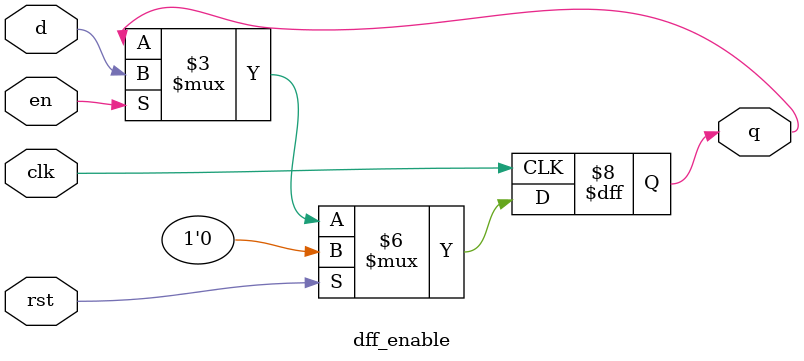
<source format=v>
module dff_enable (
    input  wire clk,
    input  wire rst,   
    input  wire en,      
    input  wire d,
    output reg  q
);

    always @(posedge clk) begin
        if (rst)
            q <= 1'b0;      
        else if (en)
            q <= d;         
        else
            q <= q;        
    end

endmodule

</source>
